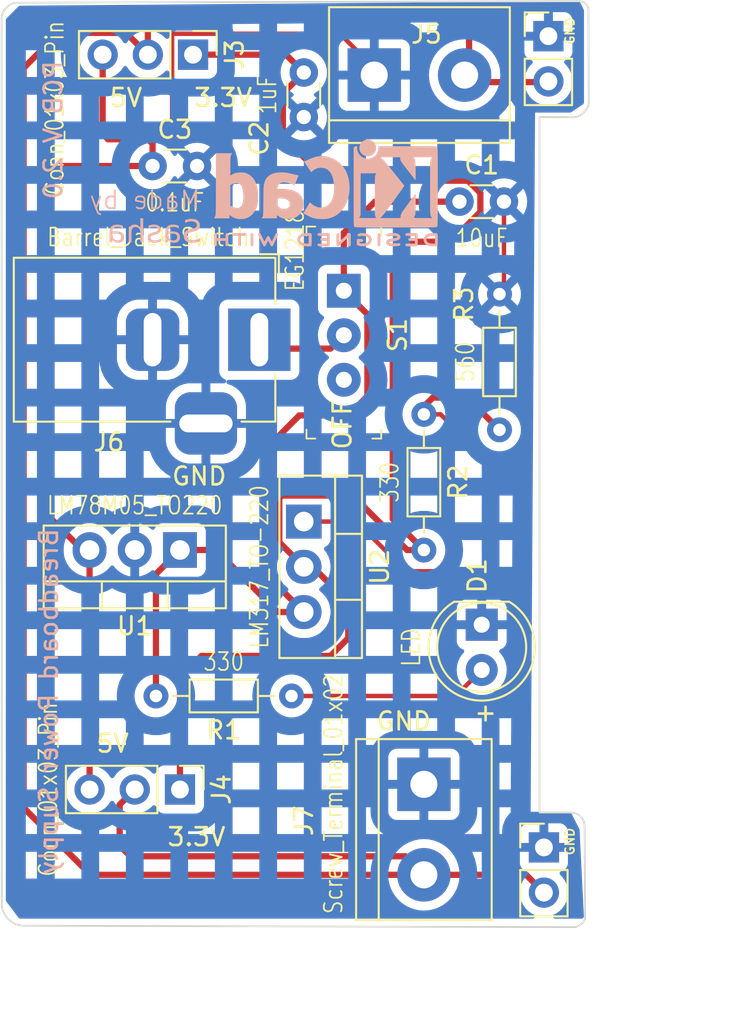
<source format=kicad_pcb>
(kicad_pcb (version 20221018) (generator pcbnew)
  (layers (0 "F.Cu" signal) (31 "B.Cu" signal) (34 "B.Paste" user) (35 "F.Paste" user) (36 "B.SilkS" user "B.Silkscreen") (37 "F.SilkS" user "F.Silkscreen") (38 "B.Mask" user) (39 "F.Mask" user) (44 "Edge.Cuts" user))
  (net 0 "")
  (net 1 "/12V")
  (net 2 "GND")
  (net 3 "/3.3V")
  (net 4 "/5V")
  (net 5 "Net-(D1-A)")
  (net 6 "/PWR_output")
  (net 7 "/PWR_input")
  (net 8 "Net-(U2-ADJ)")
  (footprint "Connector_PinHeader_2.54mm:PinHeader_1x03_P2.54mm_Vertical" (layer "F.Cu") (at 125.29 131.5 -90)
    (fp_text reference "J4" (at 0 -2.33 90) (layer "F.SilkS"))
    (fp_text value "Conn_01x03_Pin" (at 0 7.41 90) (layer "F.SilkS") (effects (font (size 1 0.8) (thickness 0.1))))
    (pad "1" thru_hole rect (at 0 0 270) (size 1.7 1.7) (drill 1) (layers "*.Cu" "*.Mask") (net 3 "/3.3V"))
    (pad "2" thru_hole oval (at 0 2.54 270) (size 1.7 1.7) (drill 1) (layers "*.Cu" "*.Mask") (net 6 "/PWR_output"))
    (pad "3" thru_hole oval (at 0 5.08 270) (size 1.7 1.7) (drill 1) (layers "*.Cu" "*.Mask") (net 4 "/5V"))
  )
  (footprint "Package_TO_SOT_THT:TO-220-3_Vertical" (layer "F.Cu") (at 132.25 116.46 -90)
    (fp_text reference "U2" (at 2.54 -4.27 90) (layer "F.SilkS"))
    (fp_text value "LM317_TO-220" (at 2.54 2.5 90) (layer "F.SilkS") (effects (font (size 1 0.8) (thickness 0.1))))
    (pad "1" thru_hole rect (at 0 0 270) (size 1.905 2) (drill 1.1) (layers "*.Cu" "*.Mask") (net 8 "Net-(U2-ADJ)"))
    (pad "2" thru_hole oval (at 2.54 0 270) (size 1.905 2) (drill 1.1) (layers "*.Cu" "*.Mask") (net 3 "/3.3V"))
    (pad "3" thru_hole oval (at 5.08 0 270) (size 1.905 2) (drill 1.1) (layers "*.Cu" "*.Mask") (net 1 "/12V"))
  )
  (footprint "Resistor_THT:R_Axial_DIN0204_L3.6mm_D1.6mm_P7.62mm_Horizontal" (layer "F.Cu") (at 131.56 126.25 180)
    (fp_text reference "R1" (at 3.81 -1.92) (layer "F.SilkS"))
    (fp_text value "330" (at 3.81 1.92) (layer "F.SilkS") (effects (font (size 1 0.8) (thickness 0.1))))
    (pad "1" thru_hole circle (at 0 0 180) (size 1.4 1.4) (drill 0.7) (layers "*.Cu" "*.Mask") (net 5 "Net-(D1-A)"))
    (pad "2" thru_hole oval (at 7.62 0 180) (size 1.4 1.4) (drill 0.7) (layers "*.Cu" "*.Mask") (net 1 "/12V"))
  )
  (footprint "Capacitor_THT:C_Disc_D3.0mm_W1.6mm_P2.50mm" (layer "F.Cu") (at 141 98.5)
    (fp_text reference "C1" (at 1.25 -2.05) (layer "F.SilkS"))
    (fp_text value "10uF" (at 1.25 2.05) (layer "F.SilkS") (effects (font (size 1 0.8) (thickness 0.1))))
    (pad "1" thru_hole circle (at 0 0) (size 1.6 1.6) (drill 0.8) (layers "*.Cu" "*.Mask") (net 1 "/12V"))
    (pad "2" thru_hole circle (at 2.5 0) (size 1.6 1.6) (drill 0.8) (layers "*.Cu" "*.Mask") (net 2 "GND"))
  )
  (footprint "Connector_PinHeader_2.54mm:PinHeader_1x02_P2.54mm_Vertical" (layer "F.Cu") (at 145.746 134.75)
    (fp_text reference "J2" hide)
    (fp_text value "Conn_01x02_Pin" hide)
    (pad "1" thru_hole rect (at 0 0) (size 1.7 1.7) (drill 1) (layers "*.Cu" "*.Mask") (net 2 "GND"))
    (pad "2" thru_hole oval (at 0 2.54) (size 1.7 1.7) (drill 1) (layers "*.Cu" "*.Mask") (net 6 "/PWR_output"))
  )
  (footprint "Resistor_THT:R_Axial_DIN0204_L3.6mm_D1.6mm_P7.62mm_Horizontal" (layer "F.Cu") (at 139 110.44 -90)
    (fp_text reference "R2" (at 3.81 -1.92 90) (layer "F.SilkS"))
    (fp_text value "330" (at 3.81 1.92 90) (layer "F.SilkS") (effects (font (size 1 0.8) (thickness 0.1))))
    (pad "1" thru_hole circle (at 0 0 270) (size 1.4 1.4) (drill 0.7) (layers "*.Cu" "*.Mask") (net 8 "Net-(U2-ADJ)"))
    (pad "2" thru_hole oval (at 7.62 0 270) (size 1.4 1.4) (drill 0.7) (layers "*.Cu" "*.Mask") (net 3 "/3.3V"))
  )
  (footprint "Connector_PinHeader_2.54mm:PinHeader_1x03_P2.54mm_Vertical" (layer "F.Cu") (at 126.025 90.25 -90)
    (fp_text reference "J3" (at 0 -2.33 90) (layer "F.SilkS"))
    (fp_text value "Conn_01x03_Pin" (at 3 7.775 90) (layer "F.SilkS") (effects (font (size 1 0.8) (thickness 0.1))))
    (pad "1" thru_hole rect (at 0 0 270) (size 1.7 1.7) (drill 1) (layers "*.Cu" "*.Mask") (net 3 "/3.3V"))
    (pad "2" thru_hole oval (at 0 2.54 270) (size 1.7 1.7) (drill 1) (layers "*.Cu" "*.Mask") (net 6 "/PWR_output"))
    (pad "3" thru_hole oval (at 0 5.08 270) (size 1.7 1.7) (drill 1) (layers "*.Cu" "*.Mask") (net 4 "/5V"))
  )
  (footprint "LED_THT:LED_D5.0mm" (layer "F.Cu") (at 142.25 122.25 -90)
    (fp_text reference "D1" (at -2.75 0.25 90) (layer "F.SilkS"))
    (fp_text value "LED" (at 1.27 3.96 90) (layer "F.SilkS") (effects (font (size 1 0.8) (thickness 0.1))))
    (pad "1" thru_hole rect (at 0 0 270) (size 1.8 1.8) (drill 0.9) (layers "*.Cu" "*.Mask") (net 2 "GND"))
    (pad "2" thru_hole circle (at 2.54 0 270) (size 1.8 1.8) (drill 0.9) (layers "*.Cu" "*.Mask") (net 5 "Net-(D1-A)"))
  )
  (footprint "Resistor_THT:R_Axial_DIN0204_L3.6mm_D1.6mm_P7.62mm_Horizontal" (layer "F.Cu") (at 143.25 103.69 -90)
    (fp_text reference "R3" (at 0.56 2 90) (layer "F.SilkS"))
    (fp_text value "560" (at 3.81 1.92 90) (layer "F.SilkS") (effects (font (size 1 0.8) (thickness 0.1))))
    (pad "1" thru_hole circle (at 0 0 270) (size 1.4 1.4) (drill 0.7) (layers "*.Cu" "*.Mask") (net 2 "GND"))
    (pad "2" thru_hole oval (at 7.62 0 270) (size 1.4 1.4) (drill 0.7) (layers "*.Cu" "*.Mask") (net 8 "Net-(U2-ADJ)"))
  )
  (footprint "TerminalBlock:TerminalBlock_bornier-2_P5.08mm" (layer "F.Cu") (at 139 131.21 -90)
    (fp_text reference "J7" (at 2.04 6.75 90) (layer "F.SilkS"))
    (fp_text value "Screw_Terminal_01x02" (at 0.54 5.08 90) (layer "F.SilkS") (effects (font (size 1 0.8) (thickness 0.1))))
    (pad "1" thru_hole rect (at 0 0 270) (size 3 3) (drill 1.52) (layers "*.Cu" "*.Mask") (net 2 "GND"))
    (pad "2" thru_hole circle (at 5.08 0 270) (size 3 3) (drill 1.52) (layers "*.Cu" "*.Mask") (net 6 "/PWR_output"))
  )
  (footprint "Capacitor_THT:C_Disc_D3.0mm_W1.6mm_P2.50mm" (layer "F.Cu") (at 123.75 96.5)
    (fp_text reference "C3" (at 1.25 -2.05) (layer "F.SilkS"))
    (fp_text value "0.1uF" (at 1.25 2.05) (layer "F.SilkS") (effects (font (size 1 0.8) (thickness 0.1))))
    (pad "1" thru_hole circle (at 0 0) (size 1.6 1.6) (drill 0.8) (layers "*.Cu" "*.Mask") (net 4 "/5V"))
    (pad "2" thru_hole circle (at 2.5 0) (size 1.6 1.6) (drill 0.8) (layers "*.Cu" "*.Mask") (net 2 "GND"))
  )
  (footprint "Capacitor_THT:C_Disc_D3.0mm_W1.6mm_P2.50mm" (layer "F.Cu") (at 132.25 91.25 -90)
    (fp_text reference "C2" (at 3.7 2.506 -90) (layer "F.SilkS"))
    (fp_text value "1uF" (at 1.25 2.05 90) (layer "F.SilkS") (effects (font (size 1 0.8) (thickness 0.1))))
    (pad "1" thru_hole circle (at 0 0 270) (size 1.6 1.6) (drill 0.8) (layers "*.Cu" "*.Mask") (net 3 "/3.3V"))
    (pad "2" thru_hole circle (at 2.5 0 270) (size 1.6 1.6) (drill 0.8) (layers "*.Cu" "*.Mask") (net 2 "GND"))
  )
  (footprint "TerminalBlock:TerminalBlock_bornier-2_P5.08mm" (layer "F.Cu") (at 136.21 91.394)
    (fp_text reference "J5" (at 2.936 -2.286) (layer "F.SilkS"))
    (fp_text value "Screw_Terminal_01x02" hide)
    (pad "1" thru_hole rect (at 0 0) (size 3 3) (drill 1.52) (layers "*.Cu" "*.Mask") (net 2 "GND"))
    (pad "2" thru_hole circle (at 5.08 0) (size 3 3) (drill 1.52) (layers "*.Cu" "*.Mask") (net 6 "/PWR_output"))
  )
  (footprint "Connector_BarrelJack:BarrelJack_Horizontal" (layer "F.Cu") (at 129.75 106.25)
    (fp_text reference "J6" (at -8.45 5.75) (layer "F.SilkS"))
    (fp_text value "Barrel_Jack_Switch" (at -6.25 -5.75) (layer "F.SilkS") (effects (font (size 1 0.8) (thickness 0.1))))
    (pad "1" thru_hole rect (at 0 0) (size 3.5 3.5) (drill oval 1 3) (layers "*.Cu" "*.Mask") (net 7 "/PWR_input"))
    (pad "2" thru_hole roundrect (at -6 0) (size 3 3.5) (drill oval 1 3) (layers "*.Cu" "*.Mask") (net 2 "GND"))
    (pad "3" thru_hole roundrect (at -3 4.7) (size 3.5 3.5) (drill oval 3 1) (layers "*.Cu" "*.Mask") (net 2 "GND"))
  )
  (footprint "digikey-footprints:Switch_Slide_11.6x4mm_EG1218" (layer "F.Cu") (at 134.5 103.5 -90)
    (fp_text reference "S1" (at 2.49 -3.02 90) (layer "F.SilkS"))
    (fp_text value "EG1218" (at -2.25 2.75 90) (layer "F.SilkS") (effects (font (size 1 0.8) (thickness 0.1))))
    (pad "1" thru_hole rect (at 0 0 270) (size 1.9 1.9) (drill 0.9) (layers "*.Cu" "*.Mask") (net 1 "/12V"))
    (pad "2" thru_hole circle (at 2.5 0 270) (size 1.9 1.9) (drill 0.9) (layers "*.Cu" "*.Mask") (net 7 "/PWR_input"))
    (pad "3" thru_hole circle (at 5 0 270) (size 1.9 1.9) (drill 0.9) (layers "*.Cu" "*.Mask"))
  )
  (footprint "Package_TO_SOT_THT:TO-220-3_Vertical" (layer "F.Cu") (at 125.29 118.055 180)
    (fp_text reference "U1" (at 2.54 -4.27) (layer "F.SilkS"))
    (fp_text value "LM78M05_TO220" (at 2.54 2.5) (layer "F.SilkS") (effects (font (size 1 0.8) (thickness 0.1))))
    (pad "1" thru_hole rect (at 0 0 180) (size 1.905 2) (drill 1.1) (layers "*.Cu" "*.Mask") (net 1 "/12V"))
    (pad "2" thru_hole oval (at 2.54 0 180) (size 1.905 2) (drill 1.1) (layers "*.Cu" "*.Mask") (net 2 "GND"))
    (pad "3" thru_hole oval (at 5.08 0 180) (size 1.905 2) (drill 1.1) (layers "*.Cu" "*.Mask") (net 4 "/5V"))
  )
  (footprint "Connector_PinHeader_2.54mm:PinHeader_1x02_P2.54mm_Vertical" (layer "F.Cu") (at 146 89.21)
    (fp_text reference "J1" hide)
    (fp_text value "Conn_01x02_Pin" hide)
    (pad "1" thru_hole rect (at 0 0) (size 1.7 1.7) (drill 1) (layers "*.Cu" "*.Mask") (net 2 "GND"))
    (pad "2" thru_hole oval (at 0 2.54) (size 1.7 1.7) (drill 1) (layers "*.Cu" "*.Mask") (net 6 "/PWR_output"))
  )
  (footprint "Symbol:KiCad-Logo2_5mm_SilkScreen" (layer "B.Cu") (at 133.5 98 180)
    (fp_text reference "REF**" hide)
    (fp_text value "KiCad-Logo2_5mm_SilkScreen" hide)
  )
  (footprint "logos:Sasha_Logo" (layer "B.Cu") (at 124.75 101 180)
    (fp_text reference "REF**" hide)
    (fp_text value "Sasha_Logo" hide)
    (fp_text user "Made by" (at -1.75 2 unlocked) (layer "B.SilkS") (effects (font (thickness 0.1)) (justify left bottom mirror)))
    (fp_text user "Sasha" (at -1.778 0 unlocked) (layer "B.SilkS") (effects (font (size 1.27 1.27) (thickness 0.1)) (justify left bottom mirror)))
  )
  (gr_arc (start 148.264599 93.00365) (mid 147.98951 93.48951) (end 147.50365 93.764599) (stroke (width 0.1)) (layer "Edge.Cuts"))
  (gr_arc (start 147.75 87.25) (mid 148.103553 87.396447) (end 148.25 87.75) (stroke (width 0.1)) (layer "Edge.Cuts"))
  (gr_arc (start 148.059508 138.778754) (mid 147.838321 139.059399) (end 147.524 139.229363) (stroke (width 0.1)) (layer "Edge.Cuts"))
  (gr_line (start 147.75 87.25) (end 116.028 87.330001) (stroke (width 0.1)) (layer "Edge.Cuts"))
  (gr_line (start 115.266001 88.092) (end 115.273768 138.016248) (stroke (width 0.1)) (layer "Edge.Cuts"))
  (gr_line (start 148.059508 138.778754) (end 148.032 133.558) (stroke (width 0.1)) (layer "Edge.Cuts"))
  (gr_arc (start 115.266001 88.092) (mid 115.54147 87.60547) (end 116.028 87.330001) (stroke (width 0.1)) (layer "Edge.Cuts"))
  (gr_line (start 145.5 132.796) (end 145.5 93.75) (stroke (width 0.1)) (layer "Edge.Cuts"))
  (gr_line (start 147.27 132.796) (end 145.5 132.796) (stroke (width 0.1)) (layer "Edge.Cuts"))
  (gr_line (start 116.536 139.146) (end 147.524 139.229363) (stroke (width 0.1)) (layer "Edge.Cuts"))
  (gr_arc (start 147.27 132.796) (mid 147.808815 133.019185) (end 148.032 133.558) (stroke (width 0.1)) (layer "Edge.Cuts"))
  (gr_line (start 148.264599 93.00365) (end 148.25 87.75) (stroke (width 0.1)) (layer "Edge.Cuts"))
  (gr_line (start 145.5 93.75) (end 147.50365 93.764599) (stroke (width 0.1)) (layer "Edge.Cuts"))
  (gr_arc (start 116.536 139.146) (mid 115.68901 138.822313) (end 115.273768 138.016248) (stroke (width 0.1)) (layer "Edge.Cuts"))
  (gr_text "Breadboard Power Supply" (at 118.5 116.75 90) (layer "B.SilkS") (effects (font (size 1 1)) (justify left bottom mirror)))
  (gr_text "PCB V 2.0" (at 118.75 90.5 90) (layer "B.SilkS") (effects (font (size 1 1)) (justify left bottom mirror)))
  (gr_text "3.3V" (at 126 93.25) (layer "F.SilkS") (effects (font (size 1 1)) (justify left bottom)))
  (gr_text "GND" (at 147.5 135.25 90) (layer "F.SilkS") (effects (font (size 0.5 0.5) (thickness 0.1) bold) (justify left bottom)))
  (gr_text "5V\n" (at 120.5 129.5) (layer "F.SilkS") (effects (font (size 1 1)) (justify left bottom)))
  (gr_text "GND" (at 136.25 128.25) (layer "F.SilkS") (effects (font (size 1 1)) (justify left bottom)))
  (gr_text "OFF" (at 135 112.5 90) (layer "F.SilkS") (effects (font (size 1 1)) (justify left bottom)))
  (gr_text "GND" (at 124.75 114.5) (layer "F.SilkS") (effects (font (size 1 1)) (justify left bottom)))
  (gr_text "5V\n" (at 121.25 93.25) (layer "F.SilkS") (effects (font (size 1 1)) (justify left bottom)))
  (gr_text "GND" (at 147.5 89.75 90) (layer "F.SilkS") (effects (font (size 0.5 0.5) (thickness 0.1) bold) (justify left bottom)))
  (gr_text "+" (at 141.75 127.75) (layer "F.SilkS") (effects (font (size 1 1)) (justify left bottom)))
  (gr_text "3.3V" (at 124.5 134.75) (layer "F.SilkS") (effects (font (size 1 1)) (justify left bottom)))
  (segment (start 134.75 110.5) (end 132 110.5) (width 0.35) (layer "F.Cu") (net 1))
  (segment (start 135.825 109.425) (end 134.75 110.5) (width 0.35) (layer "F.Cu") (net 1))
  (segment (start 125.29 118.055) (end 127.305 118.055) (width 0.35) (layer "F.Cu") (net 1))
  (segment (start 141 98.5) (end 136.25 98.5) (width 0.35) (layer "F.Cu") (net 1))
  (segment (start 136.25 98.5) (end 134.5 100.25) (width 0.35) (layer "F.Cu") (net 1))
  (segment (start 134.5 103.5) (end 135.825 104.825) (width 0.35) (layer "F.Cu") (net 1))
  (segment (start 130.325 112.175) (end 130.325 119.615) (width 0.35) (layer "F.Cu") (net 1))
  (segment (start 135.825 104.825) (end 135.825 109.425) (width 0.35) (layer "F.Cu") (net 1))
  (segment (start 134.5 100.25) (end 134.5 103.5) (width 0.35) (layer "F.Cu") (net 1))
  (segment (start 130.79 121.54) (end 132.25 121.54) (width 0.35) (layer "F.Cu") (net 1))
  (segment (start 132 110.5) (end 130.325 112.175) (width 0.35) (layer "F.Cu") (net 1))
  (segment (start 130.325 119.615) (end 132.25 121.54) (width 0.35) (layer "F.Cu") (net 1))
  (segment (start 127.305 118.055) (end 130.79 121.54) (width 0.35) (layer "F.Cu") (net 1))
  (segment (start 123.94 119.405) (end 123.94 126.25) (width 0.35) (layer "F.Cu") (net 1))
  (segment (start 125.29 118.055) (end 123.94 119.405) (width 0.35) (layer "F.Cu") (net 1))
  (segment (start 143.5 103.44) (end 143.25 103.69) (width 0.25) (layer "F.Cu") (net 2))
  (segment (start 136.46 92.21) (end 136.46 91.25) (width 0.25) (layer "F.Cu") (net 2))
  (segment (start 124.85 95.1) (end 126.25 96.5) (width 0.25) (layer "F.Cu") (net 2))
  (segment (start 143.5 98.5) (end 143.5 103.44) (width 0.25) (layer "F.Cu") (net 2))
  (segment (start 124.85 89.075) (end 124.85 95.1) (width 0.25) (layer "F.Cu") (net 2))
  (segment (start 134.285 89.075) (end 124.85 89.075) (width 0.25) (layer "F.Cu") (net 2))
  (segment (start 136.46 91.25) (end 134.285 89.075) (width 0.25) (layer "F.Cu") (net 2))
  (segment (start 125.25 109.75) (end 125.25 111.45) (width 0.25) (layer "F.Cu") (net 2))
  (segment (start 126.75 109.25) (end 126.75 110.95) (width 0.25) (layer "B.Cu") (net 2))
  (segment (start 139.29 131.21) (end 139 131.21) (width 0.25) (layer "B.Cu") (net 2))
  (segment (start 130.875 115.1325) (end 131.0075 115) (width 0.35) (layer "F.Cu") (net 3))
  (segment (start 133.575 97.325) (end 141.486701 97.325) (width 0.35) (layer "F.Cu") (net 3))
  (segment (start 131.075 92.425) (end 131.075 94.825) (width 0.35) (layer "F.Cu") (net 3))
  (segment (start 125.29 125.21) (end 126.5 124) (width 0.35) (layer "F.Cu") (net 3))
  (segment (start 137.25 101.75) (end 137.25 116.31) (width 0.35) (layer "F.Cu") (net 3))
  (segment (start 141.486701 97.325) (end 142.175 98.013299) (width 0.35) (layer "F.Cu") (net 3))
  (segment (start 135 115) (end 138.06 118.06) (width 0.35) (layer "F.Cu") (net 3))
  (segment (start 130.875 117.625) (end 130.875 115.1325) (width 0.35) (layer "F.Cu") (net 3))
  (segment (start 131.0075 115) (end 135 115) (width 0.35) (layer "F.Cu") (net 3))
  (segment (start 131.075 94.825) (end 133.575 97.325) (width 0.35) (layer "F.Cu") (net 3))
  (segment (start 142.175 98.013299) (end 142.175 99.075) (width 0.35) (layer "F.Cu") (net 3))
  (segment (start 132.25 91.25) (end 131.075 92.425) (width 0.35) (layer "F.Cu") (net 3))
  (segment (start 142.175 99.075) (end 140.5 100.75) (width 0.35) (layer "F.Cu") (net 3))
  (segment (start 126.025 90.25) (end 131.25 90.25) (width 0.35) (layer "F.Cu") (net 3))
  (segment (start 138.25 100.75) (end 137.25 101.75) (width 0.35) (layer "F.Cu") (net 3))
  (segment (start 134.75 123) (end 134.75 121) (width 0.35) (layer "F.Cu") (net 3))
  (segment (start 140.5 100.75) (end 138.25 100.75) (width 0.35) (layer "F.Cu") (net 3))
  (segment (start 131.25 90.25) (end 132.25 91.25) (width 0.35) (layer "F.Cu") (net 3))
  (segment (start 132.25 119) (end 130.875 117.625) (width 0.35) (layer "F.Cu") (net 3))
  (segment (start 125.29 131.5) (end 125.29 125.21) (width 0.35) (layer "F.Cu") (net 3))
  (segment (start 126.5 124) (end 133.75 124) (width 0.35) (layer "F.Cu") (net 3))
  (segment (start 138.06 118.06) (end 139 118.06) (width 0.35) (layer "F.Cu") (net 3))
  (segment (start 137.25 116.31) (end 139 118.06) (width 0.35) (layer "F.Cu") (net 3))
  (segment (start 132.75 119) (end 132.25 119) (width 0.35) (layer "F.Cu") (net 3))
  (segment (start 134.75 121) (end 132.75 119) (width 0.35) (layer "F.Cu") (net 3))
  (segment (start 133.75 124) (end 134.75 123) (width 0.35) (layer "F.Cu") (net 3))
  (segment (start 117.75 116) (end 117.75 97.25) (width 0.35) (layer "F.Cu") (net 4))
  (segment (start 120.21 118.055) (end 119.805 118.055) (width 0.35) (layer "F.Cu") (net 4))
  (segment (start 118.5 96.5) (end 123.75 96.5) (width 0.35) (layer "F.Cu") (net 4))
  (segment (start 120.21 118.055) (end 120.21 131.5) (width 0.35) (layer "F.Cu") (net 4))
  (segment (start 121.25 95) (end 123.5 95) (width 0.35) (layer "F.Cu") (net 4))
  (segment (start 117.75 97.25) (end 118.5 96.5) (width 0.35) (layer "F.Cu") (net 4))
  (segment (start 120.945 94.695) (end 121.25 95) (width 0.35) (layer "F.Cu") (net 4))
  (segment (start 123.75 95.25) (end 123.75 96.5) (width 0.35) (layer "F.Cu") (net 4))
  (segment (start 120.945 90.25) (end 120.945 94.695) (width 0.35) (layer "F.Cu") (net 4))
  (segment (start 119.805 118.055) (end 117.75 116) (width 0.35) (layer "F.Cu") (net 4))
  (segment (start 123.5 95) (end 123.75 95.25) (width 0.35) (layer "F.Cu") (net 4))
  (segment (start 131.56 126.25) (end 140.79 126.25) (width 0.25) (layer "F.Cu") (net 5))
  (segment (start 140.79 126.25) (end 142.25 124.79) (width 0.25) (layer "F.Cu") (net 5))
  (segment (start 120.267588 136.29) (end 139 136.29) (width 0.35) (layer "F.Cu") (net 6))
  (segment (start 146.5 91.79) (end 142.08 91.79) (width 0.35) (layer "F.Cu") (net 6))
  (segment (start 137.96 135.25) (end 139 136.29) (width 0.35) (layer "F.Cu") (net 6))
  (segment (start 140.5 88) (end 141.54 89.04) (width 0.35) (layer "F.Cu") (net 6))
  (segment (start 121.9 134.65) (end 122.5 135.25) (width 0.35) (layer "F.Cu") (net 6))
  (segment (start 123.485 90.25) (end 123.485 88.765) (width 0.35) (layer "F.Cu") (net 6))
  (segment (start 122.75 131.5) (end 121.9 132.35) (width 0.35) (layer "F.Cu") (net 6))
  (segment (start 123.485 88.765) (end 124.25 88) (width 0.35) (layer "F.Cu") (net 6))
  (segment (start 121.9 132.35) (end 121.9 134.65) (width 0.35) (layer "F.Cu") (net 6))
  (segment (start 123.485 90.25) (end 122.26 89.025) (width 0.35) (layer "F.Cu") (net 6))
  (segment (start 116.5 132.522412) (end 120.267588 136.29) (width 0.35) (layer "F.Cu") (net 6))
  (segment (start 142.08 91.79) (end 141.54 91.25) (width 0.35) (layer "F.Cu") (net 6))
  (segment (start 118.475 89.025) (end 116.5 91) (width 0.35) (layer "F.Cu") (net 6))
  (segment (start 122.26 89.025) (end 118.475 89.025) (width 0.35) (layer "F.Cu") (net 6))
  (segment (start 124.25 88) (end 140.5 88) (width 0.35) (layer "F.Cu") (net 6))
  (segment (start 116.5 91) (end 116.5 132.522412) (width 0.35) (layer "F.Cu") (net 6))
  (segment (start 122.5 135.25) (end 137.96 135.25) (width 0.35) (layer "F.Cu") (net 6))
  (segment (start 139 136.29) (end 144.746 136.29) (width 0.35) (layer "F.Cu") (net 6))
  (segment (start 141.54 89.5) (end 141.54 91.25) (width 0.35) (layer "F.Cu") (net 6))
  (segment (start 144.746 136.29) (end 145.746 137.29) (width 0.35) (layer "F.Cu") (net 6))
  (segment (start 141.54 89.04) (end 141.54 89.5) (width 0.35) (layer "F.Cu") (net 6))
  (segment (start 128.25 106.75) (end 133.75 106.75) (width 0.35) (layer "F.Cu") (net 7))
  (segment (start 133.75 106.75) (end 134.5 106) (width 0.35) (layer "F.Cu") (net 7))
  (segment (start 135.21 116.46) (end 138 119.25) (width 0.25) (layer "F.Cu") (net 8))
  (segment (start 141.5 109.5) (end 141.5 109.56) (width 0.25) (layer "F.Cu") (net 8))
  (segment (start 140.5 111) (end 139.94 110.44) (width 0.25) (layer "F.Cu") (net 8))
  (segment (start 139 110.44) (end 139 110) (width 0.25) (layer "F.Cu") (net 8))
  (segment (start 141.5 109.56) (end 143.25 111.31) (width 0.35) (layer "F.Cu") (net 8))
  (segment (start 138 119.25) (end 139.75 119.25) (width 0.25) (layer "F.Cu") (net 8))
  (segment (start 140.5 118.5) (end 140.5 111) (width 0.25) (layer "F.Cu") (net 8))
  (segment (start 139.75 119.25) (end 140.5 118.5) (width 0.25) (layer "F.Cu") (net 8))
  (segment (start 132.25 116.46) (end 135.21 116.46) (width 0.25) (layer "F.Cu") (net 8))
  (segment (start 139.94 110.44) (end 139 110.44) (width 0.25) (layer "F.Cu") (net 8))
  (segment (start 139.5 109.5) (end 141.5 109.5) (width 0.35) (layer "F.Cu") (net 8))
  (segment (start 139 110) (end 139.5 109.5) (width 0.35) (layer "F.Cu") (net 8))
  (zone (net 2) (net_name "GND") (layer "B.Cu") (connect_pads (clearance 0.5)) (min_thickness 0.25) (fill yes (mode hatch) (thermal_gap 0.5) (thermal_bridge_width 0.5) (hatch_thickness 1) (hatch_gap 1.5) (hatch_orientation 0) (hatch_border_algorithm hatch_thickness) (hatch_min_hole_area 0.3))
    (polygon (pts (xy 147.75 87.25) (xy 116.25 87.5) (xy 115.5 88.25) (xy 115.5 137.75) (xy 116.25 138.75) (xy 148 138.75) (xy 147.75 133.75) (xy 147.25 132.75) (xy 145 132.75) (xy 145.25 93.5) (xy 147.25 93.5) (xy 148 93) (xy 148 87.75)))
  )
)
</source>
